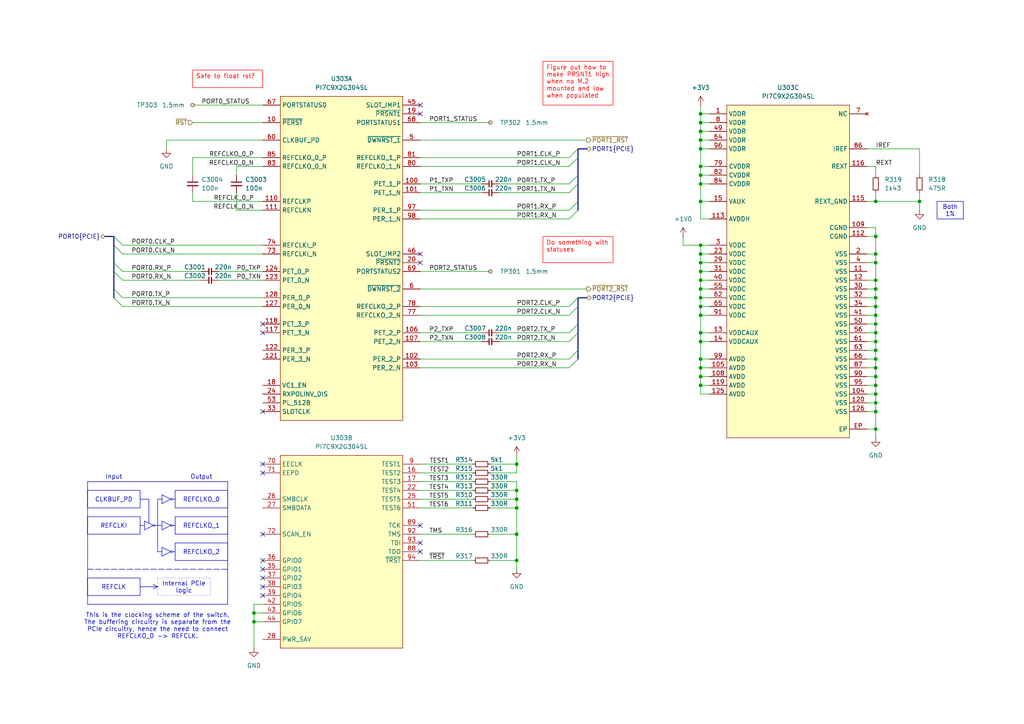
<source format=kicad_sch>
(kicad_sch (version 20250114) (generator "eeschema") (generator_version "9.0")
  (paper "A4")
  (lib_symbols
    (symbol "Connector:TestPoint_Small" (pin_numbers (hide yes)) (pin_names (offset 0.762) (hide yes))
      (property "Reference" "TP" (at 0 3.81 0))
      (property "Value" "TestPoint_Small" (at 0 2.032 0))
      (symbol "TestPoint_Small_0_1"
        (circle (center 0 0) (radius 0.508))
      )
      (symbol "TestPoint_Small_1_1"
        (pin passive line (at 0 0 90) (length 0) (name "1") (number "1"))
      )
    )
    (symbol "DEV:C_SMALL_IO" (pin_numbers (hide yes)) (pin_names (offset 0.254) (hide yes))
      (property "Reference" "C" (at 0.254 1.778 0))
      (property "Value" "SMALL" (at 0.254 -2.032 0))
      (symbol "C_SMALL_IO_0_1"
        (polyline (pts (xy -1.524 0.508) (xy 1.524 0.508)) (stroke (width 0.3048)))
        (polyline (pts (xy -1.524 -0.508) (xy 1.524 -0.508)) (stroke (width 0.3302)))
      )
      (symbol "C_SMALL_IO_1_1"
        (pin input line (at 0 2.54 270) (length 2.032) (name "~") (number "1"))
        (pin output line (at 0 -2.54 90) (length 2.032) (name "~") (number "2"))
      )
    )
    (symbol "DEV:C_TINY_IO" (pin_numbers (hide yes)) (pin_names (offset 0.254) (hide yes))
      (property "Reference" "C" (at 0.254 1.778 0))
      (property "Value" "TINY" (at 0.254 -2.032 0))
      (symbol "C_TINY_IO_0_1"
        (polyline (pts (xy -0.889 0.381) (xy 0.889 0.381)) (stroke (width 0.3048)))
        (polyline (pts (xy -0.889 -0.381) (xy 0.889 -0.381)) (stroke (width 0.3302)))
      )
      (symbol "C_TINY_IO_1_1"
        (pin input line (at 0 2.54 270) (length 2.159) (name "~") (number "1"))
        (pin output line (at 0 -2.54 90) (length 2.159) (name "~") (number "2"))
      )
    )
    (symbol "DEV:R_SMALL" (pin_numbers (hide yes)) (pin_names (offset 0.254) (hide yes))
      (property "Reference" "R" (at 0 0 90))
      (property "Value" "R_SMALL" (at 1.778 0 90))
      (symbol "R_SMALL_0_1"
        (rectangle (start -0.762 1.778) (end 0.762 -1.778) (stroke (width 0.2032)))
      )
      (symbol "R_SMALL_1_1"
        (pin passive line (at 0 2.54 270) (length 0.762) (name "~") (number "1"))
        (pin passive line (at 0 -2.54 90) (length 0.762) (name "~") (number "2"))
      )
    )
    (symbol "PCIE-FABRIC:PI7C9X2G304SL"
      (property "Reference" "U" (at 0 5.08 0))
      (property "Value" "PI7C9X2G304SL" (at 0 2.54 0))
      (symbol "PI7C9X2G304SL_1_1"
        (rectangle (start -17.78 0) (end 17.78 -93.98) (fill (type background)))
        (pin output line (at -22.86 -2.54 0) (length 5.08) (name "PORTSTATUS0") (number "67"))
        (pin input line (at -22.86 -7.62 0) (length 5.08) (name "~{PERST}") (number "10"))
        (pin input line (at -22.86 -12.7 0) (length 5.08) (name "CLKBUF_PD") (number "60"))
        (pin output line (at -22.86 -17.78 0) (length 5.08) (name "REFCLKO_0_P") (number "85"))
        (pin output line (at -22.86 -20.32 0) (length 5.08) (name "REFCLKO_0_N") (number "83"))
        (pin input line (at -22.86 -30.48 0) (length 5.08) (name "REFCLKP") (number "110"))
        (pin input line (at -22.86 -33.02 0) (length 5.08) (name "REFCLKN") (number "111"))
        (pin input line (at -22.86 -43.18 0) (length 5.08) (name "REFCLKI_P") (number "74"))
        (pin input line (at -22.86 -45.72 0) (length 5.08) (name "REFCLKI_N") (number "73"))
        (pin output line (at -22.86 -50.8 0) (length 5.08) (name "PET_0_P") (number "124"))
        (pin output line (at -22.86 -53.34 0) (length 5.08) (name "PET_0_N") (number "123"))
        (pin input line (at -22.86 -58.42 0) (length 5.08) (name "PER_0_P") (number "128"))
        (pin input line (at -22.86 -60.96 0) (length 5.08) (name "PER_0_N") (number "127"))
        (pin output line (at -22.86 -66.04 0) (length 5.08) (name "PET_3_P") (number "118"))
        (pin output line (at -22.86 -68.58 0) (length 5.08) (name "PET_3_N") (number "117"))
        (pin input line (at -22.86 -73.66 0) (length 5.08) (name "PER_3_P") (number "122"))
        (pin input line (at -22.86 -76.2 0) (length 5.08) (name "PER_3_N") (number "121"))
        (pin input line (at -22.86 -83.82 0) (length 5.08) (name "VC1_EN") (number "18"))
        (pin input line (at -22.86 -86.36 0) (length 5.08) (name "RXPOLINV_DIS") (number "24"))
        (pin input line (at -22.86 -88.9 0) (length 5.08) (name "PL_512B") (number "53"))
        (pin input line (at -22.86 -91.44 0) (length 5.08) (name "SLOTCLK") (number "33"))
        (pin input line (at 22.86 -2.54 180) (length 5.08) (name "SLOT_IMP1") (number "45"))
        (pin input line (at 22.86 -5.08 180) (length 5.08) (name "~{PRSNT1}") (number "19"))
        (pin output line (at 22.86 -7.62 180) (length 5.08) (name "PORTSTATUS1") (number "68"))
        (pin output line (at 22.86 -12.7 180) (length 5.08) (name "~{DWNRST_1}") (number "5"))
        (pin output line (at 22.86 -17.78 180) (length 5.08) (name "REFCLKO_1_P") (number "81"))
        (pin output line (at 22.86 -20.32 180) (length 5.08) (name "REFCLKO_1_N") (number "80"))
        (pin output line (at 22.86 -25.4 180) (length 5.08) (name "PET_1_P") (number "100"))
        (pin output line (at 22.86 -27.94 180) (length 5.08) (name "PET_1_N") (number "101"))
        (pin input line (at 22.86 -33.02 180) (length 5.08) (name "PER_1_P") (number "97"))
        (pin input line (at 22.86 -35.56 180) (length 5.08) (name "PER_1_N") (number "98"))
        (pin input line (at 22.86 -45.72 180) (length 5.08) (name "SLOT_IMP2") (number "46"))
        (pin input line (at 22.86 -48.26 180) (length 5.08) (name "~{PRSNT2}") (number "20"))
        (pin output line (at 22.86 -50.8 180) (length 5.08) (name "PORTSTATUS2") (number "69"))
        (pin output line (at 22.86 -55.88 180) (length 5.08) (name "~{DWNRST_2}") (number "6"))
        (pin output line (at 22.86 -60.96 180) (length 5.08) (name "REFCLKO_2_P") (number "78"))
        (pin output line (at 22.86 -63.5 180) (length 5.08) (name "REFCLKO_2_N") (number "77"))
        (pin output line (at 22.86 -68.58 180) (length 5.08) (name "PET_2_P") (number "106"))
        (pin output line (at 22.86 -71.12 180) (length 5.08) (name "PET_2_N") (number "107"))
        (pin input line (at 22.86 -76.2 180) (length 5.08) (name "PER_2_P") (number "102"))
        (pin input line (at 22.86 -78.74 180) (length 5.08) (name "PER_2_N") (number "103"))
      )
      (symbol "PI7C9X2G304SL_2_1"
        (rectangle (start -17.78 0) (end 17.78 -55.88) (fill (type background)))
        (pin output line (at -22.86 -2.54 0) (length 5.08) (name "EECLK") (number "70"))
        (pin bidirectional line (at -22.86 -5.08 0) (length 5.08) (name "EEPD") (number "71"))
        (pin input line (at -22.86 -12.7 0) (length 5.08) (name "SMBCLK") (number "26"))
        (pin bidirectional line (at -22.86 -15.24 0) (length 5.08) (name "SMBDATA") (number "27"))
        (pin bidirectional line (at -22.86 -22.86 0) (length 5.08) (name "SCAN_EN") (number "72"))
        (pin bidirectional line (at -22.86 -30.48 0) (length 5.08) (name "GPIO0") (number "36"))
        (pin bidirectional line (at -22.86 -33.02 0) (length 5.08) (name "GPIO1") (number "35"))
        (pin bidirectional line (at -22.86 -35.56 0) (length 5.08) (name "GPIO2") (number "37"))
        (pin bidirectional line (at -22.86 -38.1 0) (length 5.08) (name "GPIO3") (number "38"))
        (pin bidirectional line (at -22.86 -40.64 0) (length 5.08) (name "GPIO4") (number "39"))
        (pin bidirectional line (at -22.86 -43.18 0) (length 5.08) (name "GPIO5") (number "42"))
        (pin bidirectional line (at -22.86 -45.72 0) (length 5.08) (name "GPIO6") (number "43"))
        (pin bidirectional line (at -22.86 -48.26 0) (length 5.08) (name "GPIO7") (number "44"))
        (pin input line (at -22.86 -53.34 0) (length 5.08) (name "PWR_SAV") (number "28"))
        (pin input line (at 22.86 -2.54 180) (length 5.08) (name "TEST1") (number "9"))
        (pin input line (at 22.86 -5.08 180) (length 5.08) (name "TEST2") (number "16"))
        (pin input line (at 22.86 -7.62 180) (length 5.08) (name "TEST3") (number "17"))
        (pin input line (at 22.86 -10.16 180) (length 5.08) (name "TEST4") (number "22"))
        (pin input line (at 22.86 -12.7 180) (length 5.08) (name "TEST5") (number "25"))
        (pin input line (at 22.86 -15.24 180) (length 5.08) (name "TEST6") (number "51"))
        (pin input line (at 22.86 -20.32 180) (length 5.08) (name "TCK") (number "89"))
        (pin input line (at 22.86 -22.86 180) (length 5.08) (name "TMS") (number "92"))
        (pin input line (at 22.86 -25.4 180) (length 5.08) (name "TDI") (number "93"))
        (pin output line (at 22.86 -27.94 180) (length 5.08) (name "TDO") (number "88"))
        (pin input line (at 22.86 -30.48 180) (length 5.08) (name "~{TRST}") (number "94"))
      )
      (symbol "PI7C9X2G304SL_3_1"
        (rectangle (start -17.78 0) (end 17.78 -104.14) (fill (type background)))
        (pin power_in line (at -22.86 -2.54 0) (length 5.08) (name "VDDR") (number "1"))
        (pin power_in line (at -22.86 -5.08 0) (length 5.08) (name "VDDR") (number "8"))
        (pin power_in line (at -22.86 -7.62 0) (length 5.08) (name "VDDR") (number "49"))
        (pin power_in line (at -22.86 -10.16 0) (length 5.08) (name "VDDR") (number "64"))
        (pin power_in line (at -22.86 -12.7 0) (length 5.08) (name "VDDR") (number "96"))
        (pin power_in line (at -22.86 -17.78 0) (length 5.08) (name "CVDDR") (number "79"))
        (pin power_in line (at -22.86 -20.32 0) (length 5.08) (name "CVDDR") (number "82"))
        (pin power_in line (at -22.86 -22.86 0) (length 5.08) (name "CVDDR") (number "84"))
        (pin power_in line (at -22.86 -27.94 0) (length 5.08) (name "VAUX") (number "15"))
        (pin power_in line (at -22.86 -33.02 0) (length 5.08) (name "AVDDH") (number "113"))
        (pin power_in line (at -22.86 -40.64 0) (length 5.08) (name "VDDC") (number "3"))
        (pin power_in line (at -22.86 -43.18 0) (length 5.08) (name "VDDC") (number "23"))
        (pin power_in line (at -22.86 -45.72 0) (length 5.08) (name "VDDC") (number "29"))
        (pin power_in line (at -22.86 -48.26 0) (length 5.08) (name "VDDC") (number "31"))
        (pin power_in line (at -22.86 -50.8 0) (length 5.08) (name "VDDC") (number "40"))
        (pin power_in line (at -22.86 -53.34 0) (length 5.08) (name "VDDC") (number "55"))
        (pin power_in line (at -22.86 -55.88 0) (length 5.08) (name "VDDC") (number "62"))
        (pin power_in line (at -22.86 -58.42 0) (length 5.08) (name "VDDC") (number "65"))
        (pin power_in line (at -22.86 -60.96 0) (length 5.08) (name "VDDC") (number "91"))
        (pin power_in line (at -22.86 -66.04 0) (length 5.08) (name "VDDCAUX") (number "13"))
        (pin power_in line (at -22.86 -68.58 0) (length 5.08) (name "VDDCAUX") (number "14"))
        (pin power_in line (at -22.86 -73.66 0) (length 5.08) (name "AVDD") (number "99"))
        (pin power_in line (at -22.86 -76.2 0) (length 5.08) (name "AVDD") (number "105"))
        (pin power_in line (at -22.86 -78.74 0) (length 5.08) (name "AVDD") (number "108"))
        (pin power_in line (at -22.86 -81.28 0) (length 5.08) (name "AVDD") (number "119"))
        (pin power_in line (at -22.86 -83.82 0) (length 5.08) (name "AVDD") (number "125"))
        (pin no_connect line (at 22.86 -2.54 180) (length 5.08) (hide yes) (name "NC") (number "114"))
        (pin no_connect line (at 22.86 -2.54 180) (length 5.08) (hide yes) (name "NC") (number "21"))
        (pin no_connect line (at 22.86 -2.54 180) (length 5.08) (hide yes) (name "NC") (number "47"))
        (pin no_connect line (at 22.86 -2.54 180) (length 5.08) (hide yes) (name "NC") (number "48"))
        (pin no_connect line (at 22.86 -2.54 180) (length 5.08) (hide yes) (name "NC") (number "52"))
        (pin no_connect line (at 22.86 -2.54 180) (length 5.08) (hide yes) (name "NC") (number "54"))
        (pin no_connect line (at 22.86 -2.54 180) (length 5.08) (hide yes) (name "NC") (number "57"))
        (pin no_connect line (at 22.86 -2.54 180) (length 5.08) (hide yes) (name "NC") (number "58"))
        (pin no_connect line (at 22.86 -2.54 180) (length 5.08) (hide yes) (name "NC") (number "59"))
        (pin no_connect line (at 22.86 -2.54 180) (length 5.08) (name "NC") (number "7"))
        (pin no_connect line (at 22.86 -2.54 180) (length 5.08) (hide yes) (name "NC") (number "75"))
        (pin no_connect line (at 22.86 -2.54 180) (length 5.08) (hide yes) (name "NC") (number "76"))
        (pin input line (at 22.86 -12.7 180) (length 5.08) (name "IREF") (number "86"))
        (pin input line (at 22.86 -17.78 180) (length 5.08) (name "REXT") (number "116"))
        (pin passive line (at 22.86 -27.94 180) (length 5.08) (name "REXT_GND") (number "115"))
        (pin passive line (at 22.86 -35.56 180) (length 5.08) (name "CGND") (number "109"))
        (pin passive line (at 22.86 -38.1 180) (length 5.08) (name "CGND") (number "112"))
        (pin passive line (at 22.86 -43.18 180) (length 5.08) (name "DGND") (number "AU30"))
        (pin passive line (at 22.86 -45.72 180) (length 5.08) (name "DGND") (number "M37"))
        (pin passive line (at 22.86 -50.8 180) (length 5.08) (name "VSS") (number "2"))
        (pin passive line (at 22.86 -53.34 180) (length 5.08) (name "VSS") (number "4"))
        (pin passive line (at 22.86 -55.88 180) (length 5.08) (name "VSS") (number "11"))
        (pin passive line (at 22.86 -58.42 180) (length 5.08) (name "VSS") (number "12"))
        (pin passive line (at 22.86 -60.96 180) (length 5.08) (name "VSS") (number "30"))
        (pin passive line (at 22.86 -63.5 180) (length 5.08) (name "VSS") (number "32"))
        (pin passive line (at 22.86 -66.04 180) (length 5.08) (name "VSS") (number "34"))
        (pin passive line (at 22.86 -68.58 180) (length 5.08) (name "VSS") (number "41"))
        (pin passive line (at 22.86 -71.12 180) (length 5.08) (name "VSS") (number "50"))
        (pin passive line (at 22.86 -73.66 180) (length 5.08) (name "VSS") (number "56"))
        (pin passive line (at 22.86 -76.2 180) (length 5.08) (name "VSS") (number "61"))
        (pin passive line (at 22.86 -78.74 180) (length 5.08) (name "VSS") (number "63"))
        (pin passive line (at 22.86 -81.28 180) (length 5.08) (name "VSS") (number "66"))
        (pin passive line (at 22.86 -83.82 180) (length 5.08) (name "VSS") (number "87"))
        (pin passive line (at 22.86 -86.36 180) (length 5.08) (name "VSS") (number "90"))
        (pin passive line (at 22.86 -88.9 180) (length 5.08) (name "VSS") (number "95"))
        (pin passive line (at 22.86 -91.44 180) (length 5.08) (name "VSS") (number "104"))
        (pin passive line (at 22.86 -93.98 180) (length 5.08) (name "VSS") (number "120"))
        (pin passive line (at 22.86 -96.52 180) (length 5.08) (name "VSS") (number "126"))
        (pin passive line (at 22.86 -101.6 180) (length 5.08) (name "EP") (number "EP"))
      )
    )
    (symbol "PI7C9X2G304SL_1"
      (property "Reference" "U" (at 0 5.08 0))
      (property "Value" "PI7C9X2G304SL" (at 0 2.54 0))
      (symbol "PI7C9X2G304SL_1_1_1"
        (rectangle (start -17.78 0) (end 17.78 -93.98) (fill (type background)))
        (pin output line (at -22.86 -2.54 0) (length 5.08) (name "PORTSTATUS0") (number "67"))
        (pin input line (at -22.86 -7.62 0) (length 5.08) (name "~{PERST}") (number "10"))
        (pin input line (at -22.86 -12.7 0) (length 5.08) (name "CLKBUF_PD") (number "60"))
        (pin output line (at -22.86 -17.78 0) (length 5.08) (name "REFCLKO_0_P") (number "85"))
        (pin output line (at -22.86 -20.32 0) (length 5.08) (name "REFCLKO_0_N") (number "83"))
        (pin input line (at -22.86 -30.48 0) (length 5.08) (name "REFCLKP") (number "110"))
        (pin input line (at -22.86 -33.02 0) (length 5.08) (name "REFCLKN") (number "111"))
        (pin input line (at -22.86 -43.18 0) (length 5.08) (name "REFCLKI_P") (number "74"))
        (pin input line (at -22.86 -45.72 0) (length 5.08) (name "REFCLKI_N") (number "73"))
        (pin output line (at -22.86 -50.8 0) (length 5.08) (name "PET_0_P") (number "124"))
        (pin output line (at -22.86 -53.34 0) (length 5.08) (name "PET_0_N") (number "123"))
        (pin input line (at -22.86 -58.42 0) (length 5.08) (name "PER_0_P") (number "128"))
        (pin input line (at -22.86 -60.96 0) (length 5.08) (name "PER_0_N") (number "127"))
        (pin output line (at -22.86 -66.04 0) (length 5.08) (name "PET_3_P") (number "118"))
        (pin output line (at -22.86 -68.58 0) (length 5.08) (name "PET_3_N") (number "117"))
        (pin input line (at -22.86 -73.66 0) (length 5.08) (name "PER_3_P") (number "122"))
        (pin input line (at -22.86 -76.2 0) (length 5.08) (name "PER_3_N") (number "121"))
        (pin input line (at -22.86 -83.82 0) (length 5.08) (name "VC1_EN") (number "18"))
        (pin input line (at -22.86 -86.36 0) (length 5.08) (name "RXPOLINV_DIS") (number "24"))
        (pin input line (at -22.86 -88.9 0) (length 5.08) (name "PL_512B") (number "53"))
        (pin input line (at -22.86 -91.44 0) (length 5.08) (name "SLOTCLK") (number "33"))
        (pin input line (at 22.86 -2.54 180) (length 5.08) (name "SLOT_IMP1") (number "45"))
        (pin input line (at 22.86 -5.08 180) (length 5.08) (name "~{PRSNT1}") (number "19"))
        (pin output line (at 22.86 -7.62 180) (length 5.08) (name "PORTSTATUS1") (number "68"))
        (pin output line (at 22.86 -12.7 180) (length 5.08) (name "~{DWNRST_1}") (number "5"))
        (pin output line (at 22.86 -17.78 180) (length 5.08) (name "REFCLKO_1_P") (number "81"))
        (pin output line (at 22.86 -20.32 180) (length 5.08) (name "REFCLKO_1_N") (number "80"))
        (pin output line (at 22.86 -25.4 180) (length 5.08) (name "PET_1_P") (number "100"))
        (pin output line (at 22.86 -27.94 180) (length 5.08) (name "PET_1_N") (number "101"))
        (pin input line (at 22.86 -33.02 180) (length 5.08) (name "PER_1_P") (number "97"))
        (pin input line (at 22.86 -35.56 180) (length 5.08) (name "PER_1_N") (number "98"))
        (pin input line (at 22.86 -45.72 180) (length 5.08) (name "SLOT_IMP2") (number "46"))
        (pin input line (at 22.86 -48.26 180) (length 5.08) (name "~{PRSNT2}") (number "20"))
        (pin output line (at 22.86 -50.8 180) (length 5.08) (name "PORTSTATUS2") (number "69"))
        (pin output line (at 22.86 -55.88 180) (length 5.08) (name "~{DWNRST_2}") (number "6"))
        (pin output line (at 22.86 -60.96 180) (length 5.08) (name "REFCLKO_2_P") (number "78"))
        (pin output line (at 22.86 -63.5 180) (length 5.08) (name "REFCLKO_2_N") (number "77"))
        (pin output line (at 22.86 -68.58 180) (length 5.08) (name "PET_2_P") (number "106"))
        (pin output line (at 22.86 -71.12 180) (length 5.08) (name "PET_2_N") (number "107"))
        (pin input line (at 22.86 -76.2 180) (length 5.08) (name "PER_2_P") (number "102"))
        (pin input line (at 22.86 -78.74 180) (length 5.08) (name "PER_2_N") (number "103"))
      )
      (symbol "PI7C9X2G304SL_1_2_1"
        (rectangle (start -17.78 0) (end 17.78 -55.88) (fill (type background)))
        (pin output line (at -22.86 -2.54 0) (length 5.08) (name "EECLK") (number "70"))
        (pin bidirectional line (at -22.86 -5.08 0) (length 5.08) (name "EEPD") (number "71"))
        (pin input line (at -22.86 -12.7 0) (length 5.08) (name "SMBCLK") (number "26"))
        (pin bidirectional line (at -22.86 -15.24 0) (length 5.08) (name "SMBDATA") (number "27"))
        (pin bidirectional line (at -22.86 -22.86 0) (length 5.08) (name "SCAN_EN") (number "72"))
        (pin bidirectional line (at -22.86 -30.48 0) (length 5.08) (name "GPIO0") (number "36"))
        (pin bidirectional line (at -22.86 -33.02 0) (length 5.08) (name "GPIO1") (number "35"))
        (pin bidirectional line (at -22.86 -35.56 0) (length 5.08) (name "GPIO2") (number "37"))
        (pin bidirectional line (at -22.86 -38.1 0) (length 5.08) (name "GPIO3") (number "38"))
        (pin bidirectional line (at -22.86 -40.64 0) (length 5.08) (name "GPIO4") (number "39"))
        (pin bidirectional line (at -22.86 -43.18 0) (length 5.08) (name "GPIO5") (number "42"))
        (pin bidirectional line (at -22.86 -45.72 0) (length 5.08) (name "GPIO6") (number "43"))
        (pin bidirectional line (at -22.86 -48.26 0) (length 5.08) (name "GPIO7") (number "44"))
        (pin input line (at -22.86 -53.34 0) (length 5.08) (name "PWR_SAV") (number "28"))
        (pin input line (at 22.86 -2.54 180) (length 5.08) (name "TEST1") (number "9"))
        (pin input line (at 22.86 -5.08 180) (length 5.08) (name "TEST2") (number "16"))
        (pin input line (at 22.86 -7.62 180) (length 5.08) (name "TEST3") (number "17"))
        (pin input line (at 22.86 -10.16 180) (length 5.08) (name "TEST4") (number "22"))
        (pin input line (at 22.86 -12.7 180) (length 5.08) (name "TEST5") (number "25"))
        (pin input line (at 22.86 -15.24 180) (length 5.08) (name "TEST6") (number "51"))
        (pin input line (at 22.86 -20.32 180) (length 5.08) (name "TCK") (number "89"))
        (pin input line (at 22.86 -22.86 180) (length 5.08) (name "TMS") (number "92"))
        (pin input line (at 22.86 -25.4 180) (length 5.08) (name "TDI") (number "93"))
        (pin output line (at 22.86 -27.94 180) (length 5.08) (name "TDO") (number "88"))
        (pin input line (at 22.86 -30.48 180) (length 5.08) (name "~{TRST}") (number "94"))
      )
      (symbol "PI7C9X2G304SL_1_3_1"
        (rectangle (start -17.78 0) (end 17.78 -96.52) (fill (type background)))
        (pin power_in line (at -22.86 -2.54 0) (length 5.08) (name "VDDR") (number "1"))
        (pin power_in line (at -22.86 -5.08 0) (length 5.08) (name "VDDR") (number "8"))
        (pin power_in line (at -22.86 -7.62 0) (length 5.08) (name "VDDR") (number "49"))
        (pin power_in line (at -22.86 -10.16 0) (length 5.08) (name "VDDR") (number "64"))
        (pin power_in line (at -22.86 -12.7 0) (length 5.08) (name "VDDR") (number "96"))
        (pin power_in line (at -22.86 -17.78 0) (length 5.08) (name "CVDDR") (number "79"))
        (pin power_in line (at -22.86 -20.32 0) (length 5.08) (name "CVDDR") (number "82"))
        (pin power_in line (at -22.86 -22.86 0) (length 5.08) (name "CVDDR") (number "84"))
        (pin power_in line (at -22.86 -27.94 0) (length 5.08) (name "VAUX") (number "15"))
        (pin power_in line (at -22.86 -33.02 0) (length 5.08) (name "AVDDH") (number "113"))
        (pin power_in line (at -22.86 -40.64 0) (length 5.08) (name "VDDC") (number "3"))
        (pin power_in line (at -22.86 -43.18 0) (length 5.08) (name "VDDC") (number "23"))
        (pin power_in line (at -22.86 -45.72 0) (length 5.08) (name "VDDC") (number "29"))
        (pin power_in line (at -22.86 -48.26 0) (length 5.08) (name "VDDC") (number "31"))
        (pin power_in line (at -22.86 -50.8 0) (length 5.08) (name "VDDC") (number "40"))
        (pin power_in line (at -22.86 -53.34 0) (length 5.08) (name "VDDC") (number "55"))
        (pin power_in line (at -22.86 -55.88 0) (length 5.08) (name "VDDC") (number "62"))
        (pin power_in line (at -22.86 -58.42 0) (length 5.08) (name "VDDC") (number "65"))
        (pin power_in line (at -22.86 -60.96 0) (length 5.08) (name "VDDC") (number "91"))
        (pin power_in line (at -22.86 -66.04 0) (length 5.08) (name "VDDCAUX") (number "13"))
        (pin power_in line (at -22.86 -68.58 0) (length 5.08) (name "VDDCAUX") (number "14"))
        (pin power_in line (at -22.86 -73.66 0) (length 5.08) (name "AVDD") (number "99"))
        (pin power_in line (at -22.86 -76.2 0) (length 5.08) (name "AVDD") (number "105"))
        (pin power_in line (at -22.86 -78.74 0) (length 5.08) (name "AVDD") (number "108"))
        (pin power_in line (at -22.86 -81.28 0) (length 5.08) (name "AVDD") (number "119"))
        (pin power_in line (at -22.86 -83.82 0) (length 5.08) (name "AVDD") (number "125"))
        (pin no_connect line (at 22.86 -2.54 180) (length 5.08) (hide yes) (name "NC") (number "114"))
        (pin no_connect line (at 22.86 -2.54 180) (length 5.08) (hide yes) (name "NC") (number "21"))
        (pin no_connect line (at 22.86 -2.54 180) (length 5.08) (hide yes) (name "NC") (number "47"))
        (pin no_connect line (at 22.86 -2.54 180) (length 5.08) (hide yes) (name "NC") (number "48"))
        (pin no_connect line (at 22.86 -2.54 180) (length 5.08) (hide yes) (name "NC") (number "52"))
        (pin no_connect line (at 22.86 -2.54 180) (length 5.08) (hide yes) (name "NC") (number "54"))
        (pin no_connect line (at 22.86 -2.54 180) (length 5.08) (hide yes) (name "NC") (number "57"))
        (pin no_connect line (at 22.86 -2.54 180) (length 5.08) (hide yes) (name "NC") (number "58"))
        (pin no_connect line (at 22.86 -2.54 180) (length 5.08) (hide yes) (name "NC") (number "59"))
        (pin no_connect line (at 22.86 -2.54 180) (length 5.08) (name "NC") (number "7"))
        (pin no_connect line (at 22.86 -2.54 180) (length 5.08) (hide yes) (name "NC") (number "75"))
        (pin no_connect line (at 22.86 -2.54 180) (length 5.08) (hide yes) (name "NC") (number "76"))
        (pin input line (at 22.86 -12.7 180) (length 5.08) (name "IREF") (number "86"))
        (pin input line (at 22.86 -17.78 180) (length 5.08) (name "REXT") (number "116"))
        (pin passive line (at 22.86 -27.94 180) (length 5.08) (name "REXT_GND") (number "115"))
        (pin passive line (at 22.86 -35.56 180) (length 5.08) (name "CGND") (number "109"))
        (pin passive line (at 22.86 -38.1 180) (length 5.08) (name "CGND") (number "112"))
        (pin passive line (at 22.86 -43.18 180) (length 5.08) (name "VSS") (number "2"))
        (pin passive line (at 22.86 -45.72 180) (length 5.08) (name "VSS") (number "4"))
        (pin passive line (at 22.86 -48.26 180) (length 5.08) (name "VSS") (number "11"))
        (pin passive line (at 22.86 -50.8 180) (length 5.08) (name "VSS") (number "12"))
        (pin passive line (at 22.86 -53.34 180) (length 5.08) (name "VSS") (number "30"))
        (pin passive line (at 22.86 -55.88 180) (length 5.08) (name "VSS") (number "32"))
        (pin passive line (at 22.86 -58.42 180) (length 5.08) (name "VSS") (number "34"))
        (pin passive line (at 22.86 -60.96 180) (length 5.08) (name "VSS") (number "41"))
        (pin passive line (at 22.86 -63.5 180) (length 5.08) (name "VSS") (number "50"))
        (pin passive line (at 22.86 -66.04 180) (length 5.08) (name "VSS") (number "56"))
        (pin passive line (at 22.86 -68.58 180) (length 5.08) (name "VSS") (number "61"))
        (pin passive line (at 22.86 -71.12 180) (length 5.08) (name "VSS") (number "63"))
        (pin passive line (at 22.86 -73.66 180) (length 5.08) (name "VSS") (number "66"))
        (pin passive line (at 22.86 -76.2 180) (length 5.08) (name "VSS") (number "87"))
        (pin passive line (at 22.86 -78.74 180) (length 5.08) (name "VSS") (number "90"))
        (pin passive line (at 22.86 -81.28 180) (length 5.08) (name "VSS") (number "95"))
        (pin passive line (at 22.86 -83.82 180) (length 5.08) (name "VSS") (number "104"))
        (pin passive line (at 22.86 -86.36 180) (length 5.08) (name "VSS") (number "120"))
        (pin passive line (at 22.86 -88.9 180) (length 5.08) (name "VSS") (number "126"))
        (pin passive line (at 22.86 -93.98 180) (length 5.08) (name "EP") (number "EP"))
      )
    )
    (symbol "power:+1V0" (power) (pin_numbers (hide yes)) (pin_names (offset 0) (hide yes))
      (property "Value" "+1V0" (at 0 3.556 0))
      (symbol "+1V0_0_1"
        (polyline (pts (xy -0.762 1.27) (xy 0 2.54)))
        (polyline (pts (xy 0 2.54) (xy 0.762 1.27)))
        (polyline (pts (xy 0 0) (xy 0 2.54)))
      )
      (symbol "+1V0_1_1"
        (pin power_in line (at 0 0 90) (length 0) (name "~") (number "1"))
      )
    )
    (symbol "power:+3V3" (power) (pin_numbers (hide yes)) (pin_names (offset 0) (hide yes))
      (property "Value" "+3V3" (at 0 3.556 0))
      (symbol "+3V3_0_1"
        (polyline (pts (xy -0.762 1.27) (xy 0 2.54)))
        (polyline (pts (xy 0 2.54) (xy 0.762 1.27)))
        (polyline (pts (xy 0 0) (xy 0 2.54)))
      )
      (symbol "+3V3_1_1"
        (pin power_in line (at 0 0 90) (length 0) (name "~") (number "1"))
      )
    )
    (symbol "power:GND" (power) (pin_numbers (hide yes)) (pin_names (offset 0) (hide yes))
      (property "Value" "GND" (at 0 -3.81 0))
      (symbol "GND_0_1"
        (polyline (pts (xy 0 0) (xy 0 -1.27) (xy 1.27 -1.27) (xy 0 -2.54) (xy -1.27 -1.27) (xy 0 -1.27)))
      )
      (symbol "GND_1_1"
        (pin power_in line (at 0 0 270) (length 0) (name "~") (number "1"))
      )
    )
  )
  (rectangle (start 25.4 139.7) (end 66.04 175.26))
  (circle (center 49.784 152.4) (radius 0.254))
  (circle (center 44.704 152.4) (radius 0.254))
  (circle (center 49.784 160.02) (radius 0.254))
  (circle (center 49.784 144.78) (radius 0.254))
  (text "Input" (at 33.02 138.43 0) (effects (font (size 1.27 1.27))))
  (text "This is the clocking scheme of the switch.\nThe buffering circuitry is separate from the\nPCIe circuitry, hence the need to connect\nREFCLKO_0 -> REFCLK." (at 45.72 181.61 0) (effects (font (size 1.27 1.27))))
  (text "Output" (at 58.42 138.43 0) (effects (font (size 1.27 1.27))))
  (text_box "Both 1%" (at 271.78 58.42 0) (size 7.62 5.08) (margins 0.9525 0.9525 0.9525 0.9525) (effects (font (size 1.27 1.27))))
  (text_box "REFCLK" (at 25.4 167.64 0) (size 15.24 5.08) (margins 0.9525 0.9525 0.9525 0.9525) (effects (font (size 1.27 1.27))))
  (text_box "REFCLKO_0" (at 50.8 142.24 0) (size 15.24 5.08) (margins 0.9525 0.9525 0.9525 0.9525) (effects (font (size 1.27 1.27))))
  (text_box "REFCLKO_2" (at 50.8 157.48 0) (size 15.24 5.08) (margins 0.9525 0.9525 0.9525 0.9525) (effects (font (size 1.27 1.27))))
  (text_box "REFCLKO_1" (at 50.8 149.86 0) (size 15.24 5.08) (margins 0.9525 0.9525 0.9525 0.9525) (effects (font (size 1.27 1.27))))
  (text_box "Internal PCIe\nlogic" (at 45.72 167.64 0) (size 15.24 5.08) (margins 0.9525 0.9525 0.9525 0.9525) (stroke (width 0) (type dot)) (effects (font (size 1.27 1.27))))
  (text_box "Safe to float rst?" (at 55.88 20.32 0) (size 20.32 5.08) (margins 0.9525 0.9525 0.9525 0.9525) (stroke (width 0) (color 255 0 0 1)) (effects (font (size 1.27 1.27)) (justify left top)))
  (text_box "Do something with statuses" (at 157.48 68.58 0) (size 20.32 7.62) (margins 0.9525 0.9525 0.9525 0.9525) (stroke (width 0) (color 255 0 0 1)) (effects (font (size 1.27 1.27)) (justify left top)))
  (text_box "Figure out how to make PRSNT1 high when no M.2 mounted and low when populated" (at 157.48 17.78 0) (size 20.32 12.7) (margins 0.9525 0.9525 0.9525 0.9525) (stroke (width 0) (color 255 0 0 1)) (effects (font (size 1.27 1.27)) (justify left top)))
  (text_box "REFCLKI" (at 25.4 149.86 0) (size 15.24 5.08) (margins 0.9525 0.9525 0.9525 0.9525) (effects (font (size 1.27 1.27))))
  (text_box "CLKBUF_PD" (at 25.4 142.24 0) (size 15.24 5.08) (margins 0.9525 0.9525 0.9525 0.9525) (effects (font (size 1.27 1.27))))
  (junction (at 149.86 142.24))
  (junction (at 266.7 58.42))
  (junction (at 254 96.52))
  (junction (at 203.2 76.2))
  (junction (at 203.2 71.12))
  (junction (at 203.2 58.42))
  (junction (at 149.86 134.62))
  (junction (at 203.2 38.1))
  (junction (at 203.2 81.28))
  (junction (at 203.2 88.9))
  (junction (at 203.2 109.22))
  (junction (at 254 106.68))
  (junction (at 254 88.9))
  (junction (at 203.2 35.56))
  (junction (at 73.66 180.34))
  (junction (at 254 58.42))
  (junction (at 203.2 53.34))
  (junction (at 254 83.82))
  (junction (at 203.2 104.14))
  (junction (at 254 111.76))
  (junction (at 254 68.58))
  (junction (at 203.2 111.76))
  (junction (at 203.2 91.44))
  (junction (at 149.86 162.56))
  (junction (at 254 119.38))
  (junction (at 254 116.84))
  (junction (at 203.2 48.26))
  (junction (at 203.2 96.52))
  (junction (at 254 81.28))
  (junction (at 254 73.66))
  (junction (at 203.2 86.36))
  (junction (at 203.2 43.18))
  (junction (at 203.2 50.8))
  (junction (at 203.2 33.02))
  (junction (at 203.2 83.82))
  (junction (at 203.2 106.68))
  (junction (at 254 114.3))
  (junction (at 149.86 154.94))
  (junction (at 254 76.2))
  (junction (at 254 101.6))
  (junction (at 203.2 40.64))
  (junction (at 254 86.36))
  (junction (at 203.2 99.06))
  (junction (at 254 124.46))
  (junction (at 254 104.14))
  (junction (at 254 93.98))
  (junction (at 254 91.44))
  (junction (at 149.86 147.32))
  (junction (at 149.86 144.78))
  (junction (at 254 109.22))
  (junction (at 203.2 78.74))
  (junction (at 203.2 73.66))
  (junction (at 254 99.06))
  (junction (at 73.66 177.8))
  (no_connect (at 76.2 96.52))
  (no_connect (at 121.92 30.48))
  (no_connect (at 121.92 33.02))
  (no_connect (at 121.92 76.2))
  (no_connect (at 121.92 160.02))
  (no_connect (at 121.92 152.4))
  (no_connect (at 76.2 93.98))
  (no_connect (at 76.2 165.1))
  (no_connect (at 76.2 137.16))
  (no_connect (at 76.2 119.38))
  (no_connect (at 76.2 134.62))
  (no_connect (at 121.92 73.66))
  (no_connect (at 76.2 167.64))
  (no_connect (at 76.2 170.18))
  (no_connect (at 76.2 172.72))
  (no_connect (at 76.2 154.94))
  (no_connect (at 76.2 162.56))
  (no_connect (at 121.92 157.48))
  (bus_entry (at 167.64 101.6) (size -2.54 2.54))
  (bus_entry (at 167.64 93.98) (size -2.54 2.54))
  (bus_entry (at 167.64 86.36) (size -2.54 2.54))
  (bus_entry (at 167.64 96.52) (size -2.54 2.54))
  (bus_entry (at 33.02 71.12) (size 2.54 2.54))
  (bus_entry (at 33.02 78.74) (size 2.54 2.54))
  (bus_entry (at 33.02 83.82) (size 2.54 2.54))
  (bus_entry (at 167.64 50.8) (size -2.54 2.54))
  (bus_entry (at 167.64 43.18) (size -2.54 2.54))
  (bus_entry (at 167.64 104.14) (size -2.54 2.54))
  (bus_entry (at 33.02 86.36) (size 2.54 2.54))
  (bus_entry (at 167.64 45.72) (size -2.54 2.54))
  (bus_entry (at 167.64 88.9) (size -2.54 2.54))
  (bus_entry (at 167.64 60.96) (size -2.54 2.54))
  (bus_entry (at 33.02 68.58) (size 2.54 2.54))
  (bus_entry (at 33.02 76.2) (size 2.54 2.54))
  (bus_entry (at 167.64 58.42) (size -2.54 2.54))
  (bus_entry (at 167.64 53.34) (size -2.54 2.54))
  (wire (pts (xy 254 109.22) (xy 254 111.76)))
  (wire (pts (xy 203.2 58.42) (xy 205.74 58.42)))
  (wire (pts (xy 203.2 106.68) (xy 203.2 109.22)))
  (polyline (pts (xy 44.45 170.815) (xy 45.72 170.18)))
  (wire (pts (xy 254 93.98) (xy 251.46 93.98)))
  (bus (pts (xy 33.02 71.12) (xy 33.02 76.2)))
  (wire (pts (xy 254 76.2) (xy 254 81.28)))
  (wire (pts (xy 254 91.44) (xy 251.46 91.44)))
  (wire (pts (xy 121.92 45.72) (xy 165.1 45.72)))
  (wire (pts (xy 203.2 30.48) (xy 203.2 33.02)))
  (polyline (pts (xy 41.91 153.67) (xy 44.45 152.4)))
  (polyline (pts (xy 44.958 152.4) (xy 46.99 152.4)))
  (wire (pts (xy 142.24 134.62) (xy 149.86 134.62)))
  (wire (pts (xy 76.2 180.34) (xy 73.66 180.34)))
  (wire (pts (xy 254 66.04) (xy 254 68.58)))
  (wire (pts (xy 203.2 43.18) (xy 205.74 43.18)))
  (wire (pts (xy 121.92 162.56) (xy 137.16 162.56)))
  (wire (pts (xy 121.92 83.82) (xy 170.18 83.82)))
  (wire (pts (xy 203.2 96.52) (xy 205.74 96.52)))
  (wire (pts (xy 203.2 86.36) (xy 203.2 88.9)))
  (wire (pts (xy 121.92 96.52) (xy 139.7 96.52)))
  (wire (pts (xy 203.2 53.34) (xy 205.74 53.34)))
  (wire (pts (xy 35.56 81.28) (xy 58.42 81.28)))
  (bus (pts (xy 167.64 53.34) (xy 167.64 58.42)))
  (polyline (pts (xy 45.72 144.78) (xy 45.72 160.02)))
  (polyline (pts (xy 46.99 143.51) (xy 46.99 146.05)))
  (wire (pts (xy 121.92 142.24) (xy 137.16 142.24)))
  (wire (pts (xy 203.2 83.82) (xy 203.2 86.36)))
  (wire (pts (xy 198.12 68.58) (xy 198.12 71.12)))
  (wire (pts (xy 203.2 78.74) (xy 205.74 78.74)))
  (wire (pts (xy 254 73.66) (xy 254 76.2)))
  (wire (pts (xy 203.2 96.52) (xy 203.2 99.06)))
  (wire (pts (xy 73.66 175.26) (xy 73.66 177.8)))
  (polyline (pts (xy 45.72 144.78) (xy 46.99 144.78)))
  (wire (pts (xy 149.86 139.7) (xy 149.86 142.24)))
  (wire (pts (xy 254 114.3) (xy 254 116.84)))
  (wire (pts (xy 68.58 50.8) (xy 68.58 48.26)))
  (wire (pts (xy 121.92 53.34) (xy 139.7 53.34)))
  (wire (pts (xy 55.88 35.56) (xy 76.2 35.56)))
  (wire (pts (xy 254 83.82) (xy 254 86.36)))
  (wire (pts (xy 142.24 137.16) (xy 149.86 137.16)))
  (wire (pts (xy 203.2 78.74) (xy 203.2 81.28)))
  (wire (pts (xy 205.74 63.5) (xy 203.2 63.5)))
  (wire (pts (xy 254 73.66) (xy 251.46 73.66)))
  (wire (pts (xy 254 83.82) (xy 251.46 83.82)))
  (wire (pts (xy 254 101.6) (xy 254 104.14)))
  (wire (pts (xy 121.92 88.9) (xy 165.1 88.9)))
  (wire (pts (xy 142.24 147.32) (xy 149.86 147.32)))
  (polyline (pts (xy 46.99 146.05) (xy 49.53 144.78)))
  (wire (pts (xy 254 119.38) (xy 254 124.46)))
  (polyline (pts (xy 50.038 160.02) (xy 50.8 160.02)))
  (wire (pts (xy 121.92 137.16) (xy 137.16 137.16)))
  (wire (pts (xy 144.78 99.06) (xy 165.1 99.06)))
  (wire (pts (xy 142.24 139.7) (xy 149.86 139.7)))
  (wire (pts (xy 203.2 73.66) (xy 205.74 73.66)))
  (wire (pts (xy 144.78 55.88) (xy 165.1 55.88)))
  (wire (pts (xy 254 114.3) (xy 251.46 114.3)))
  (wire (pts (xy 203.2 88.9) (xy 203.2 91.44)))
  (bus (pts (xy 167.64 96.52) (xy 167.64 101.6)))
  (wire (pts (xy 254 99.06) (xy 251.46 99.06)))
  (bus (pts (xy 167.64 43.18) (xy 167.64 45.72)))
  (wire (pts (xy 203.2 33.02) (xy 203.2 35.56)))
  (wire (pts (xy 121.92 78.74) (xy 142.24 78.74)))
  (wire (pts (xy 203.2 88.9) (xy 205.74 88.9)))
  (polyline (pts (xy 46.99 151.13) (xy 46.99 153.67)))
  (wire (pts (xy 203.2 114.3) (xy 205.74 114.3)))
  (wire (pts (xy 203.2 104.14) (xy 205.74 104.14)))
  (wire (pts (xy 144.78 96.52) (xy 165.1 96.52)))
  (wire (pts (xy 48.26 40.64) (xy 48.26 43.18)))
  (wire (pts (xy 73.66 177.8) (xy 76.2 177.8)))
  (wire (pts (xy 35.56 71.12) (xy 76.2 71.12)))
  (wire (pts (xy 203.2 111.76) (xy 203.2 114.3)))
  (polyline (pts (xy 43.18 151.638) (xy 43.18 144.78)))
  (wire (pts (xy 35.56 73.66) (xy 76.2 73.66)))
  (wire (pts (xy 55.88 55.88) (xy 55.88 58.42)))
  (wire (pts (xy 254 101.6) (xy 251.46 101.6)))
  (bus (pts (xy 167.64 101.6) (xy 167.64 104.14)))
  (polyline (pts (xy 46.99 153.67) (xy 49.53 152.4)))
  (wire (pts (xy 254 99.06) (xy 254 101.6)))
  (wire (pts (xy 254 66.04) (xy 251.46 66.04)))
  (wire (pts (xy 203.2 50.8) (xy 205.74 50.8)))
  (wire (pts (xy 203.2 99.06) (xy 205.74 99.06)))
  (wire (pts (xy 266.7 55.88) (xy 266.7 58.42)))
  (wire (pts (xy 55.88 50.8) (xy 55.88 45.72)))
  (wire (pts (xy 254 88.9) (xy 251.46 88.9)))
  (wire (pts (xy 254 81.28) (xy 254 83.82)))
  (wire (pts (xy 121.92 147.32) (xy 137.16 147.32)))
  (wire (pts (xy 142.24 162.56) (xy 149.86 162.56)))
  (wire (pts (xy 55.88 30.48) (xy 76.2 30.48)))
  (wire (pts (xy 203.2 76.2) (xy 205.74 76.2)))
  (wire (pts (xy 254 104.14) (xy 254 106.68)))
  (wire (pts (xy 254 50.8) (xy 254 48.26)))
  (wire (pts (xy 203.2 91.44) (xy 203.2 96.52)))
  (wire (pts (xy 254 88.9) (xy 254 91.44)))
  (wire (pts (xy 121.92 154.94) (xy 137.16 154.94)))
  (wire (pts (xy 121.92 104.14) (xy 165.1 104.14)))
  (wire (pts (xy 254 68.58) (xy 254 73.66)))
  (wire (pts (xy 35.56 86.36) (xy 76.2 86.36)))
  (wire (pts (xy 63.5 78.74) (xy 76.2 78.74)))
  (wire (pts (xy 203.2 71.12) (xy 203.2 73.66)))
  (wire (pts (xy 76.2 40.64) (xy 48.26 40.64)))
  (wire (pts (xy 73.66 177.8) (xy 73.66 180.34)))
  (wire (pts (xy 121.92 91.44) (xy 165.1 91.44)))
  (wire (pts (xy 254 55.88) (xy 254 58.42)))
  (wire (pts (xy 203.2 35.56) (xy 203.2 38.1)))
  (wire (pts (xy 254 106.68) (xy 254 109.22)))
  (wire (pts (xy 149.86 144.78) (xy 149.86 147.32)))
  (wire (pts (xy 203.2 73.66) (xy 203.2 76.2)))
  (wire (pts (xy 203.2 48.26) (xy 205.74 48.26)))
  (polyline (pts (xy 40.64 152.4) (xy 41.91 152.4)))
  (wire (pts (xy 266.7 43.18) (xy 266.7 50.8)))
  (wire (pts (xy 203.2 35.56) (xy 205.74 35.56)))
  (polyline (pts (xy 41.91 151.13) (xy 41.91 153.67)))
  (wire (pts (xy 203.2 109.22) (xy 203.2 111.76)))
  (wire (pts (xy 254 76.2) (xy 251.46 76.2)))
  (wire (pts (xy 254 111.76) (xy 251.46 111.76)))
  (wire (pts (xy 68.58 55.88) (xy 68.58 60.96)))
  (wire (pts (xy 203.2 81.28) (xy 205.74 81.28)))
  (wire (pts (xy 149.86 154.94) (xy 149.86 162.56)))
  (wire (pts (xy 73.66 180.34) (xy 73.66 187.96)))
  (wire (pts (xy 198.12 71.12) (xy 203.2 71.12)))
  (wire (pts (xy 203.2 43.18) (xy 203.2 48.26)))
  (wire (pts (xy 254 96.52) (xy 251.46 96.52)))
  (wire (pts (xy 63.5 81.28) (xy 76.2 81.28)))
  (wire (pts (xy 121.92 134.62) (xy 137.16 134.62)))
  (wire (pts (xy 203.2 71.12) (xy 205.74 71.12)))
  (wire (pts (xy 121.92 63.5) (xy 165.1 63.5)))
  (wire (pts (xy 203.2 40.64) (xy 205.74 40.64)))
  (wire (pts (xy 68.58 48.26) (xy 76.2 48.26)))
  (polyline (pts (xy 50.038 144.78) (xy 50.8 144.78)))
  (wire (pts (xy 254 124.46) (xy 254 127)))
  (bus (pts (xy 33.02 76.2) (xy 33.02 78.74)))
  (wire (pts (xy 254 86.36) (xy 254 88.9)))
  (wire (pts (xy 203.2 33.02) (xy 205.74 33.02)))
  (wire (pts (xy 55.88 58.42) (xy 76.2 58.42)))
  (wire (pts (xy 203.2 83.82) (xy 205.74 83.82)))
  (polyline (pts (xy 44.45 169.545) (xy 45.72 170.18)))
  (wire (pts (xy 76.2 175.26) (xy 73.66 175.26)))
  (wire (pts (xy 254 86.36) (xy 251.46 86.36)))
  (wire (pts (xy 203.2 81.28) (xy 203.2 83.82)))
  (wire (pts (xy 203.2 38.1) (xy 203.2 40.64)))
  (bus (pts (xy 30.48 68.58) (xy 33.02 68.58)))
  (polyline (pts (xy 25.4 165.1) (xy 66.04 165.1)) (stroke (width 0) (type dash)))
  (polyline (pts (xy 49.53 160.02) (xy 46.99 158.75)))
  (wire (pts (xy 203.2 76.2) (xy 203.2 78.74)))
  (polyline (pts (xy 49.53 152.4) (xy 46.99 151.13)))
  (wire (pts (xy 149.86 147.32) (xy 149.86 154.94)))
  (wire (pts (xy 55.88 45.72) (xy 76.2 45.72)))
  (wire (pts (xy 203.2 58.42) (xy 203.2 63.5)))
  (wire (pts (xy 203.2 111.76) (xy 205.74 111.76)))
  (wire (pts (xy 121.92 40.64) (xy 170.18 40.64)))
  (wire (pts (xy 121.92 60.96) (xy 165.1 60.96)))
  (wire (pts (xy 254 116.84) (xy 254 119.38)))
  (wire (pts (xy 203.2 104.14) (xy 203.2 106.68)))
  (wire (pts (xy 149.86 162.56) (xy 149.86 165.1)))
  (polyline (pts (xy 46.99 158.75) (xy 46.99 161.29)))
  (wire (pts (xy 149.86 137.16) (xy 149.86 134.62)))
  (wire (pts (xy 254 93.98) (xy 254 96.52)))
  (wire (pts (xy 254 81.28) (xy 251.46 81.28)))
  (wire (pts (xy 254 68.58) (xy 251.46 68.58)))
  (wire (pts (xy 254 106.68) (xy 251.46 106.68)))
  (wire (pts (xy 251.46 48.26) (xy 254 48.26)))
  (wire (pts (xy 203.2 40.64) (xy 203.2 43.18)))
  (wire (pts (xy 254 109.22) (xy 251.46 109.22)))
  (wire (pts (xy 203.2 53.34) (xy 203.2 58.42)))
  (wire (pts (xy 254 124.46) (xy 251.46 124.46)))
  (wire (pts (xy 144.78 53.34) (xy 165.1 53.34)))
  (polyline (pts (xy 46.99 161.29) (xy 49.53 160.02)))
  (wire (pts (xy 121.92 144.78) (xy 137.16 144.78)))
  (bus (pts (xy 33.02 68.58) (xy 33.02 71.12)))
  (bus (pts (xy 170.18 86.36) (xy 167.64 86.36)))
  (wire (pts (xy 203.2 91.44) (xy 205.74 91.44)))
  (wire (pts (xy 121.92 55.88) (xy 139.7 55.88)))
  (wire (pts (xy 203.2 109.22) (xy 205.74 109.22)))
  (wire (pts (xy 121.92 48.26) (xy 165.1 48.26)))
  (wire (pts (xy 35.56 78.74) (xy 58.42 78.74)))
  (wire (pts (xy 254 96.52) (xy 254 99.06)))
  (bus (pts (xy 167.64 45.72) (xy 167.64 50.8)))
  (wire (pts (xy 203.2 106.68) (xy 205.74 106.68)))
  (bus (pts (xy 167.64 93.98) (xy 167.64 96.52)))
  (wire (pts (xy 203.2 99.06) (xy 203.2 104.14)))
  (bus (pts (xy 33.02 78.74) (xy 33.02 83.82)))
  (bus (pts (xy 33.02 83.82) (xy 33.02 86.36)))
  (wire (pts (xy 254 91.44) (xy 254 93.98)))
  (wire (pts (xy 254 58.42) (xy 251.46 58.42)))
  (wire (pts (xy 254 119.38) (xy 251.46 119.38)))
  (polyline (pts (xy 44.45 152.4) (xy 41.91 151.13)))
  (wire (pts (xy 149.86 132.08) (xy 149.86 134.62)))
  (wire (pts (xy 121.92 139.7) (xy 137.16 139.7)))
  (wire (pts (xy 254 116.84) (xy 251.46 116.84)))
  (polyline (pts (xy 45.72 170.18) (xy 40.64 170.18)))
  (wire (pts (xy 121.92 35.56) (xy 142.24 35.56)))
  (wire (pts (xy 203.2 50.8) (xy 203.2 53.34)))
  (wire (pts (xy 142.24 144.78) (xy 149.86 144.78)))
  (wire (pts (xy 142.24 142.24) (xy 149.86 142.24)))
  (wire (pts (xy 203.2 86.36) (xy 205.74 86.36)))
  (wire (pts (xy 254 111.76) (xy 254 114.3)))
  (wire (pts (xy 254 58.42) (xy 266.7 58.42)))
  (wire (pts (xy 203.2 38.1) (xy 205.74 38.1)))
  (wire (pts (xy 35.56 88.9) (xy 76.2 88.9)))
  (bus (pts (xy 167.64 58.42) (xy 167.64 60.96)))
  (polyline (pts (xy 40.64 144.78) (xy 43.18 144.78)))
  (bus (pts (xy 167.64 86.36) (xy 167.64 88.9)))
  (wire (pts (xy 149.86 142.24) (xy 149.86 144.78)))
  (polyline (pts (xy 45.72 160.02) (xy 46.99 160.02)))
  (polyline (pts (xy 50.038 152.4) (xy 50.8 152.4)))
  (wire (pts (xy 68.58 60.96) (xy 76.2 60.96)))
  (wire (pts (xy 203.2 48.26) (xy 203.2 50.8)))
  (bus (pts (xy 167.64 88.9) (xy 167.64 93.98)))
  (wire (pts (xy 251.46 43.18) (xy 266.7 43.18)))
  (wire (pts (xy 142.24 154.94) (xy 149.86 154.94)))
  (bus (pts (xy 170.18 43.18) (xy 167.64 43.18)))
  (wire (pts (xy 254 104.14) (xy 251.46 104.14)))
  (bus (pts (xy 167.64 50.8) (xy 167.64 53.34)))
  (wire (pts (xy 121.92 99.06) (xy 139.7 99.06)))
  (polyline (pts (xy 49.53 144.78) (xy 46.99 143.51)))
  (wire (pts (xy 121.92 106.68) (xy 165.1 106.68)))
  (wire (pts (xy 266.7 58.42) (xy 266.7 60.96)))
  (label "REFCLKO_0_N" (at 73.66 48.26 180))
  (label "PORT2.TX_P" (at 149.86 96.52 0))
  (label "PORT2.CLK_P" (at 149.86 88.9 0))
  (label "PORT2_STATUS" (at 124.46 78.74 0))
  (label "PORT1_STATUS" (at 124.46 35.56 0))
  (label "PORT0.TX_P" (at 38.1 86.36 0))
  (label "PORT0.TX_N" (at 38.1 88.9 0))
  (label "PORT1.CLK_P" (at 149.86 45.72 0))
  (label "TEST2" (at 124.5534 137.16 0))
  (label "P2_TXN" (at 124.46 99.06 0))
  (label "PORT1.TX_P" (at 149.86 53.34 0))
  (label "REFCLK_0_N" (at 73.66 60.96 180))
  (label "PORT0.CLK_P" (at 38.1 71.12 0))
  (label "PORT1.TX_N" (at 149.86 55.88 0))
  (label "TEST3" (at 124.46 139.7 0))
  (label "REXT" (at 254 48.26 0))
  (label "TEST4" (at 124.46 142.24 0))
  (label "TEST5" (at 124.46 144.78 0))
  (label "PORT2.TX_N" (at 149.86 99.06 0))
  (label "PORT0.RX_P" (at 38.1 78.74 0))
  (label "IREF" (at 254 43.18 0))
  (label "PORT1.RX_N" (at 149.86 63.5 0))
  (label "~{TRST}" (at 124.46 162.56 0))
  (label "P0_TXN" (at 68.58 81.28 0))
  (label "PORT1.RX_P" (at 149.86 60.96 0))
  (label "REFCLK_0_P" (at 73.66 58.42 180))
  (label "P1_TXP" (at 124.46 53.34 0))
  (label "PORT0_STATUS" (at 58.42 30.48 0))
  (label "TEST6" (at 124.46 147.32 0))
  (label "REFCLKO_0_P" (at 73.66 45.72 180))
  (label "PORT1.CLK_N" (at 149.86 48.26 0))
  (label "P2_TXP" (at 124.46 96.52 0))
  (label "PORT2.RX_N" (at 149.86 106.68 0))
  (label "PORT2.RX_P" (at 149.86 104.14 0))
  (label "P1_TXN" (at 124.46 55.88 0))
  (label "P0_TXP" (at 68.58 78.74 0))
  (label "TEST1" (at 124.5534 134.62 0))
  (label "PORT2.CLK_N" (at 149.86 91.44 0))
  (label "TMS" (at 124.46 154.94 0))
  (label "PORT0.RX_N" (at 38.1 81.28 0))
  (label "PORT0.CLK_N" (at 38.1 73.66 0))
  (hierarchical_label "PORT0{PCIE}" (shape bidirectional) (at 30.48 68.58 180))
  (hierarchical_label "PORT2{PCIE}" (shape bidirectional) (at 170.18 86.36 0))
  (hierarchical_label "~{RST}" (shape input) (at 55.88 35.56 180))
  (hierarchical_label "~{PORT1_RST}" (shape output) (at 170.18 40.64 0))
  (hierarchical_label "~{PORT2_RST}" (shape output) (at 170.18 83.82 0))
  (hierarchical_label "PORT1{PCIE}" (shape bidirectional) (at 170.18 43.18 0))
  (symbol (lib_id "Connector:TestPoint_Small") (at 142.24 35.56 0) (mirror y) (unit 1)
    (property "Reference" "TP302" (at 151.13 35.56 0) (effects (justify left)))
    (property "Value" "1.5mm" (at 152.4 35.56 0) (effects (justify right)))
    (property "Footprint" "TestPoint:TestPoint_Pad_D1.5mm" (effects (hide yes)))
    (property "Description" "test point" (effects (hide yes)))
  )
  (symbol (lib_id "DEV:R_SMALL") (at 139.7 144.78 90) (unit 1)
    (property "Reference" "R310" (at 137.16 143.51 90) (effects (justify left)))
    (property "Value" "330R" (at 142.24 143.51 90) (effects (justify right)))
    (property "Description" "Resistor, small symbol" (effects (hide yes)))
  )
  (symbol (lib_id "power:+3V3") (at 203.2 30.48 0) (unit 1)
    (property "Reference" "#PWR0310" (effects (hide yes)))
    (property "Value" "+3V3" (at 203.2 25.4 0))
    (property "Description" "Power symbol creates a global label with name \"+3V3\"" (effects (hide yes)))
  )
  (symbol (lib_id "power:GND") (at 266.7 60.96 0) (unit 1)
    (property "Reference" "#PWR0308" (effects (hide yes)))
    (property "Value" "GND" (at 266.7 66.04 0))
    (property "Description" "Power symbol creates a global label with name \"GND\" , ground" (effects (hide yes)))
  )
  (symbol (lib_id "PCIE-FABRIC:PI7C9X2G304SL") (at 99.06 132.08 0) (unit 2)
    (property "Reference" "U303" (at 99.06 127 0))
    (property "Value" "PI7C9X2G304SL" (at 99.06 129.54 0))
    (property "Footprint" "project_footprints:QFP40P1600X1600X160-129N" (effects (hide yes)))
    (property "Datasheet" "https://www.mouser.co.uk/datasheet/3/175/1/PI7C9X2G304SL.pdf" (effects (hide yes)))
  )
  (symbol (lib_id "DEV:C_TINY_IO") (at 142.24 55.88 90) (unit 1)
    (property "Reference" "C3006" (at 140.97 54.61 90) (effects (justify left)))
    (property "Value" "220n" (at 143.51 54.61 90) (effects (justify right)))
    (property "Footprint" "project_footprints:C_0402" (effects (hide yes)))
    (property "Description" "Unpolarized capacitor, small symbol" (effects (hide yes)))
  )
  (symbol (lib_id "power:GND") (at 254 127 0) (unit 1)
    (property "Reference" "#PWR0305" (effects (hide yes)))
    (property "Value" "GND" (at 254 132.08 0))
    (property "Description" "Power symbol creates a global label with name \"GND\" , ground" (effects (hide yes)))
  )
  (symbol (lib_id "DEV:C_TINY_IO") (at 60.96 78.74 270) (mirror x) (unit 1)
    (property "Reference" "C3001" (at 59.69 77.47 90) (effects (justify right)))
    (property "Value" "220n" (at 62.23 77.47 90) (effects (justify left)))
    (property "Footprint" "project_footprints:C_0402" (effects (hide yes)))
    (property "Description" "Unpolarized capacitor, small symbol" (effects (hide yes)))
  )
  (symbol (lib_id "power:+1V0") (at 198.12 68.58 0) (unit 1)
    (property "Reference" "#PWR0311" (effects (hide yes)))
    (property "Value" "+1V0" (at 198.12 63.5 0))
    (property "Description" "Power symbol creates a global label with name \"+1V0\"" (effects (hide yes)))
  )
  (symbol (lib_id "DEV:C_TINY_IO") (at 142.24 96.52 90) (unit 1)
    (property "Reference" "C3007" (at 140.97 95.25 90) (effects (justify left)))
    (property "Value" "220n" (at 143.51 95.25 90) (effects (justify right)))
    (property "Footprint" "project_footprints:C_0402" (effects (hide yes)))
    (property "Description" "Unpolarized capacitor, small symbol" (effects (hide yes)))
  )
  (symbol (lib_id "Connector:TestPoint_Small") (at 142.24 78.74 0) (mirror y) (unit 1)
    (property "Reference" "TP301" (at 151.13 78.74 0) (effects (justify left)))
    (property "Value" "1.5mm" (at 152.4 78.74 0) (effects (justify right)))
    (property "Footprint" "TestPoint:TestPoint_Pad_D1.5mm" (effects (hide yes)))
    (property "Description" "test point" (effects (hide yes)))
  )
  (symbol (lib_id "DEV:R_SMALL") (at 254 53.34 0) (unit 1)
    (property "Reference" "R319" (at 256.54 52.0699 0) (effects (justify left)))
    (property "Value" "1k43" (at 256.54 54.6099 0) (effects (justify left)))
    (property "Footprint" "project_footprints:R_0402" (effects (hide yes)))
    (property "Description" "Resistor, small symbol" (effects (hide yes)))
  )
  (symbol (lib_id "PCIE-FABRIC:PI7C9X2G304SL") (at 99.06 27.94 0) (unit 1)
    (property "Reference" "U303" (at 99.06 22.86 0))
    (property "Value" "PI7C9X2G304SL" (at 99.06 25.4 0))
    (property "Footprint" "project_footprints:QFP40P1600X1600X160-129N" (effects (hide yes)))
    (property "Datasheet" "https://www.mouser.co.uk/datasheet/3/175/1/PI7C9X2G304SL.pdf" (effects (hide yes)))
  )
  (symbol (lib_id "power:GND") (at 149.86 165.1 0) (unit 1)
    (property "Reference" "#PWR0306" (effects (hide yes)))
    (property "Value" "GND" (at 149.86 170.18 0))
    (property "Description" "Power symbol creates a global label with name \"GND\" , ground" (effects (hide yes)))
  )
  (symbol (lib_id "DEV:C_TINY_IO") (at 60.96 81.28 270) (mirror x) (unit 1)
    (property "Reference" "C3002" (at 59.69 80.01 90) (effects (justify right)))
    (property "Value" "220n" (at 62.23 80.01 90) (effects (justify left)))
    (property "Footprint" "project_footprints:C_0402" (effects (hide yes)))
    (property "Description" "Unpolarized capacitor, small symbol" (effects (hide yes)))
  )
  (symbol (lib_id "DEV:R_SMALL") (at 139.7 162.56 90) (unit 1)
    (property "Reference" "R317" (at 137.16 161.29 90) (effects (justify left)))
    (property "Value" "330R" (at 142.24 161.29 90) (effects (justify right)))
    (property "Description" "Resistor, small symbol" (effects (hide yes)))
  )
  (symbol (lib_id "DEV:C_SMALL_IO") (at 68.58 53.34 0) (unit 1)
    (property "Reference" "C3003" (at 71.12 52.0762 0) (effects (justify left)))
    (property "Value" "100n" (at 71.12 54.6162 0) (effects (justify left)))
    (property "Footprint" "project_footprints:C_0402" (effects (hide yes)))
    (property "Description" "Unpolarized capacitor, small symbol" (effects (hide yes)))
  )
  (symbol (lib_id "DEV:C_SMALL_IO") (at 55.88 53.34 0) (unit 1)
    (property "Reference" "C3004" (at 58.42 52.0762 0) (effects (justify left)))
    (property "Value" "100n" (at 58.42 54.6162 0) (effects (justify left)))
    (property "Footprint" "project_footprints:C_0402" (effects (hide yes)))
    (property "Description" "Unpolarized capacitor, small symbol" (effects (hide yes)))
  )
  (symbol (lib_name "PI7C9X2G304SL_1") (lib_id "PCIE-FABRIC:PI7C9X2G304SL") (at 228.6 30.48 0) (unit 3)
    (property "Reference" "U303" (at 228.6 25.4 0))
    (property "Value" "PI7C9X2G304SL" (at 228.6 27.94 0))
    (property "Footprint" "project_footprints:QFP40P1600X1600X160-129N" (effects (hide yes)))
    (property "Datasheet" "https://www.mouser.co.uk/datasheet/3/175/1/PI7C9X2G304SL.pdf" (effects (hide yes)))
  )
  (symbol (lib_id "DEV:R_SMALL") (at 139.7 147.32 90) (unit 1)
    (property "Reference" "R311" (at 137.16 146.05 90) (effects (justify left)))
    (property "Value" "330R" (at 142.24 146.05 90) (effects (justify right)))
    (property "Description" "Resistor, small symbol" (effects (hide yes)))
  )
  (symbol (lib_id "DEV:C_TINY_IO") (at 142.24 53.34 90) (unit 1)
    (property "Reference" "C3005" (at 140.97 52.07 90) (effects (justify left)))
    (property "Value" "220n" (at 143.51 52.07 90) (effects (justify right)))
    (property "Footprint" "project_footprints:C_0402" (effects (hide yes)))
    (property "Description" "Unpolarized capacitor, small symbol" (effects (hide yes)))
  )
  (symbol (lib_id "DEV:R_SMALL") (at 139.7 142.24 90) (unit 1)
    (property "Reference" "R313" (at 137.16 140.97 90) (effects (justify left)))
    (property "Value" "330R" (at 142.24 140.97 90) (effects (justify right)))
    (property "Description" "Resistor, small symbol" (effects (hide yes)))
  )
  (symbol (lib_id "Connector:TestPoint_Small") (at 55.88 30.48 0) (unit 1)
    (property "Reference" "TP303" (at 45.72 30.48 0) (effects (justify right)))
    (property "Value" "1.5mm" (at 46.99 30.48 0) (effects (justify left)))
    (property "Footprint" "TestPoint:TestPoint_Pad_D1.5mm" (effects (hide yes)))
    (property "Description" "test point" (effects (hide yes)))
  )
  (symbol (lib_id "DEV:R_SMALL") (at 139.7 137.16 90) (unit 1)
    (property "Reference" "R315" (at 137.16 135.89 90) (effects (justify left)))
    (property "Value" "5k1" (at 142.24 135.89 90) (effects (justify right)))
    (property "Description" "Resistor, small symbol" (effects (hide yes)))
  )
  (symbol (lib_id "power:+3V3") (at 149.86 132.08 0) (unit 1)
    (property "Reference" "#PWR0309" (effects (hide yes)))
    (property "Value" "+3V3" (at 149.86 127 0))
    (property "Description" "Power symbol creates a global label with name \"+3V3\"" (effects (hide yes)))
  )
  (symbol (lib_id "DEV:C_TINY_IO") (at 142.24 99.06 90) (unit 1)
    (property "Reference" "C3008" (at 140.97 97.79 90) (effects (justify left)))
    (property "Value" "220n" (at 143.51 97.79 90) (effects (justify right)))
    (property "Footprint" "project_footprints:C_0402" (effects (hide yes)))
    (property "Description" "Unpolarized capacitor, small symbol" (effects (hide yes)))
  )
  (symbol (lib_id "power:GND") (at 48.26 43.18 0) (unit 1)
    (property "Reference" "#PWR03001" (effects (hide yes)))
    (property "Value" "GND" (at 48.26 48.26 0))
    (property "Description" "Power symbol creates a global label with name \"GND\" , ground" (effects (hide yes)))
  )
  (symbol (lib_id "DEV:R_SMALL") (at 266.7 53.34 0) (unit 1)
    (property "Reference" "R318" (at 269.24 52.0699 0) (effects (justify left)))
    (property "Value" "475R" (at 269.24 54.6099 0) (effects (justify left)))
    (property "Footprint" "project_footprints:R_0402" (effects (hide yes)))
    (property "Description" "Resistor, small symbol" (effects (hide yes)))
  )
  (symbol (lib_id "DEV:R_SMALL") (at 139.7 134.62 90) (unit 1)
    (property "Reference" "R314" (at 137.16 133.35 90) (effects (justify left)))
    (property "Value" "5k1" (at 142.24 133.35 90) (effects (justify right)))
    (property "Description" "Resistor, small symbol" (effects (hide yes)))
  )
  (symbol (lib_id "power:GND") (at 73.66 187.96 0) (unit 1)
    (property "Reference" "#PWR0307" (effects (hide yes)))
    (property "Value" "GND" (at 73.66 193.04 0))
    (property "Description" "Power symbol creates a global label with name \"GND\" , ground" (effects (hide yes)))
  )
  (symbol (lib_id "DEV:R_SMALL") (at 139.7 154.94 90) (unit 1)
    (property "Reference" "R316" (at 137.16 153.67 90) (effects (justify left)))
    (property "Value" "330R" (at 142.24 153.67 90) (effects (justify right)))
    (property "Description" "Resistor, small symbol" (effects (hide yes)))
  )
  (symbol (lib_id "DEV:R_SMALL") (at 139.7 139.7 90) (unit 1)
    (property "Reference" "R312" (at 137.16 138.43 90) (effects (justify left)))
    (property "Value" "330R" (at 142.24 138.43 90) (effects (justify right)))
    (property "Description" "Resistor, small symbol" (effects (hide yes)))
  )
)
</source>
